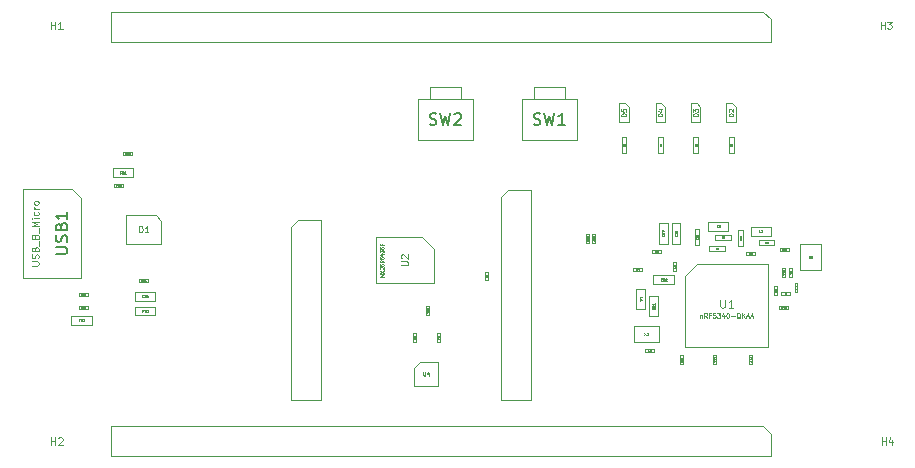
<source format=gbr>
%TF.GenerationSoftware,KiCad,Pcbnew,(6.0.0)*%
%TF.CreationDate,2022-01-14T16:11:58-08:00*%
%TF.ProjectId,nrf5340_qkaa_rev1_sensor,6e726635-3334-4305-9f71-6b61615f7265,rev?*%
%TF.SameCoordinates,Original*%
%TF.FileFunction,AssemblyDrawing,Top*%
%FSLAX46Y46*%
G04 Gerber Fmt 4.6, Leading zero omitted, Abs format (unit mm)*
G04 Created by KiCad (PCBNEW (6.0.0)) date 2022-01-14 16:11:58*
%MOMM*%
%LPD*%
G01*
G04 APERTURE LIST*
%ADD10C,0.030000*%
%ADD11C,0.040000*%
%ADD12C,0.120000*%
%ADD13C,0.060000*%
%ADD14C,0.075000*%
%ADD15C,0.090000*%
%ADD16C,0.150000*%
%ADD17C,0.100000*%
%ADD18C,0.050000*%
G04 APERTURE END LIST*
D10*
%TO.C,R2*%
X72767857Y-76345000D02*
X72696428Y-76395000D01*
X72767857Y-76430714D02*
X72617857Y-76430714D01*
X72617857Y-76373571D01*
X72625000Y-76359285D01*
X72632142Y-76352142D01*
X72646428Y-76345000D01*
X72667857Y-76345000D01*
X72682142Y-76352142D01*
X72689285Y-76359285D01*
X72696428Y-76373571D01*
X72696428Y-76430714D01*
X72632142Y-76287857D02*
X72625000Y-76280714D01*
X72617857Y-76266428D01*
X72617857Y-76230714D01*
X72625000Y-76216428D01*
X72632142Y-76209285D01*
X72646428Y-76202142D01*
X72660714Y-76202142D01*
X72682142Y-76209285D01*
X72767857Y-76295000D01*
X72767857Y-76202142D01*
%TO.C,C19*%
X73823571Y-74096428D02*
X73830714Y-74103571D01*
X73837857Y-74125000D01*
X73837857Y-74139285D01*
X73830714Y-74160714D01*
X73816428Y-74175000D01*
X73802142Y-74182142D01*
X73773571Y-74189285D01*
X73752142Y-74189285D01*
X73723571Y-74182142D01*
X73709285Y-74175000D01*
X73695000Y-74160714D01*
X73687857Y-74139285D01*
X73687857Y-74125000D01*
X73695000Y-74103571D01*
X73702142Y-74096428D01*
X73837857Y-73953571D02*
X73837857Y-74039285D01*
X73837857Y-73996428D02*
X73687857Y-73996428D01*
X73709285Y-74010714D01*
X73723571Y-74025000D01*
X73730714Y-74039285D01*
X73837857Y-73882142D02*
X73837857Y-73853571D01*
X73830714Y-73839285D01*
X73823571Y-73832142D01*
X73802142Y-73817857D01*
X73773571Y-73810714D01*
X73716428Y-73810714D01*
X73702142Y-73817857D01*
X73695000Y-73825000D01*
X73687857Y-73839285D01*
X73687857Y-73867857D01*
X73695000Y-73882142D01*
X73702142Y-73889285D01*
X73716428Y-73896428D01*
X73752142Y-73896428D01*
X73766428Y-73889285D01*
X73773571Y-73882142D01*
X73780714Y-73867857D01*
X73780714Y-73839285D01*
X73773571Y-73825000D01*
X73766428Y-73817857D01*
X73752142Y-73810714D01*
%TO.C,C10*%
X95246428Y-78093571D02*
X95239285Y-78086428D01*
X95232142Y-78065000D01*
X95232142Y-78050714D01*
X95239285Y-78029285D01*
X95253571Y-78015000D01*
X95267857Y-78007857D01*
X95296428Y-78000714D01*
X95317857Y-78000714D01*
X95346428Y-78007857D01*
X95360714Y-78015000D01*
X95375000Y-78029285D01*
X95382142Y-78050714D01*
X95382142Y-78065000D01*
X95375000Y-78086428D01*
X95367857Y-78093571D01*
X95232142Y-78236428D02*
X95232142Y-78150714D01*
X95232142Y-78193571D02*
X95382142Y-78193571D01*
X95360714Y-78179285D01*
X95346428Y-78165000D01*
X95339285Y-78150714D01*
X95382142Y-78329285D02*
X95382142Y-78343571D01*
X95375000Y-78357857D01*
X95367857Y-78365000D01*
X95353571Y-78372142D01*
X95325000Y-78379285D01*
X95289285Y-78379285D01*
X95260714Y-78372142D01*
X95246428Y-78365000D01*
X95239285Y-78357857D01*
X95232142Y-78343571D01*
X95232142Y-78329285D01*
X95239285Y-78315000D01*
X95246428Y-78307857D01*
X95260714Y-78300714D01*
X95289285Y-78293571D01*
X95325000Y-78293571D01*
X95353571Y-78300714D01*
X95367857Y-78307857D01*
X95375000Y-78315000D01*
X95382142Y-78329285D01*
D11*
%TO.C,C17*%
X93821428Y-67628571D02*
X93830952Y-67638095D01*
X93840476Y-67666666D01*
X93840476Y-67685714D01*
X93830952Y-67714285D01*
X93811904Y-67733333D01*
X93792857Y-67742857D01*
X93754761Y-67752380D01*
X93726190Y-67752380D01*
X93688095Y-67742857D01*
X93669047Y-67733333D01*
X93650000Y-67714285D01*
X93640476Y-67685714D01*
X93640476Y-67666666D01*
X93650000Y-67638095D01*
X93659523Y-67628571D01*
X93840476Y-67438095D02*
X93840476Y-67552380D01*
X93840476Y-67495238D02*
X93640476Y-67495238D01*
X93669047Y-67514285D01*
X93688095Y-67533333D01*
X93697619Y-67552380D01*
X93640476Y-67371428D02*
X93640476Y-67238095D01*
X93840476Y-67323809D01*
D10*
%TO.C,C12*%
X101046428Y-78053571D02*
X101039285Y-78046428D01*
X101032142Y-78025000D01*
X101032142Y-78010714D01*
X101039285Y-77989285D01*
X101053571Y-77975000D01*
X101067857Y-77967857D01*
X101096428Y-77960714D01*
X101117857Y-77960714D01*
X101146428Y-77967857D01*
X101160714Y-77975000D01*
X101175000Y-77989285D01*
X101182142Y-78010714D01*
X101182142Y-78025000D01*
X101175000Y-78046428D01*
X101167857Y-78053571D01*
X101032142Y-78196428D02*
X101032142Y-78110714D01*
X101032142Y-78153571D02*
X101182142Y-78153571D01*
X101160714Y-78139285D01*
X101146428Y-78125000D01*
X101139285Y-78110714D01*
X101167857Y-78253571D02*
X101175000Y-78260714D01*
X101182142Y-78275000D01*
X101182142Y-78310714D01*
X101175000Y-78325000D01*
X101167857Y-78332142D01*
X101153571Y-78339285D01*
X101139285Y-78339285D01*
X101117857Y-78332142D01*
X101032142Y-78246428D01*
X101032142Y-78339285D01*
D11*
%TO.C,FB1*%
X47848333Y-62335714D02*
X47781666Y-62335714D01*
X47781666Y-62440476D02*
X47781666Y-62240476D01*
X47876904Y-62240476D01*
X48019761Y-62335714D02*
X48048333Y-62345238D01*
X48057857Y-62354761D01*
X48067380Y-62373809D01*
X48067380Y-62402380D01*
X48057857Y-62421428D01*
X48048333Y-62430952D01*
X48029285Y-62440476D01*
X47953095Y-62440476D01*
X47953095Y-62240476D01*
X48019761Y-62240476D01*
X48038809Y-62250000D01*
X48048333Y-62259523D01*
X48057857Y-62278571D01*
X48057857Y-62297619D01*
X48048333Y-62316666D01*
X48038809Y-62326190D01*
X48019761Y-62335714D01*
X47953095Y-62335714D01*
X48257857Y-62440476D02*
X48143571Y-62440476D01*
X48200714Y-62440476D02*
X48200714Y-62240476D01*
X48181666Y-62269047D01*
X48162619Y-62288095D01*
X48143571Y-62297619D01*
D10*
%TO.C,R6*%
X99432142Y-59975000D02*
X99503571Y-59925000D01*
X99432142Y-59889285D02*
X99582142Y-59889285D01*
X99582142Y-59946428D01*
X99575000Y-59960714D01*
X99567857Y-59967857D01*
X99553571Y-59975000D01*
X99532142Y-59975000D01*
X99517857Y-59967857D01*
X99510714Y-59960714D01*
X99503571Y-59946428D01*
X99503571Y-59889285D01*
X99582142Y-60103571D02*
X99582142Y-60075000D01*
X99575000Y-60060714D01*
X99567857Y-60053571D01*
X99546428Y-60039285D01*
X99517857Y-60032142D01*
X99460714Y-60032142D01*
X99446428Y-60039285D01*
X99439285Y-60046428D01*
X99432142Y-60060714D01*
X99432142Y-60089285D01*
X99439285Y-60103571D01*
X99446428Y-60110714D01*
X99460714Y-60117857D01*
X99496428Y-60117857D01*
X99510714Y-60110714D01*
X99517857Y-60103571D01*
X99525000Y-60089285D01*
X99525000Y-60060714D01*
X99517857Y-60046428D01*
X99510714Y-60039285D01*
X99496428Y-60032142D01*
D11*
%TO.C,FB2*%
X49723333Y-74035714D02*
X49656666Y-74035714D01*
X49656666Y-74140476D02*
X49656666Y-73940476D01*
X49751904Y-73940476D01*
X49894761Y-74035714D02*
X49923333Y-74045238D01*
X49932857Y-74054761D01*
X49942380Y-74073809D01*
X49942380Y-74102380D01*
X49932857Y-74121428D01*
X49923333Y-74130952D01*
X49904285Y-74140476D01*
X49828095Y-74140476D01*
X49828095Y-73940476D01*
X49894761Y-73940476D01*
X49913809Y-73950000D01*
X49923333Y-73959523D01*
X49932857Y-73978571D01*
X49932857Y-73997619D01*
X49923333Y-74016666D01*
X49913809Y-74026190D01*
X49894761Y-74035714D01*
X49828095Y-74035714D01*
X50018571Y-73959523D02*
X50028095Y-73950000D01*
X50047142Y-73940476D01*
X50094761Y-73940476D01*
X50113809Y-73950000D01*
X50123333Y-73959523D01*
X50132857Y-73978571D01*
X50132857Y-73997619D01*
X50123333Y-74026190D01*
X50009047Y-74140476D01*
X50132857Y-74140476D01*
D10*
%TO.C,C9*%
X92555000Y-77433571D02*
X92547857Y-77440714D01*
X92526428Y-77447857D01*
X92512142Y-77447857D01*
X92490714Y-77440714D01*
X92476428Y-77426428D01*
X92469285Y-77412142D01*
X92462142Y-77383571D01*
X92462142Y-77362142D01*
X92469285Y-77333571D01*
X92476428Y-77319285D01*
X92490714Y-77305000D01*
X92512142Y-77297857D01*
X92526428Y-77297857D01*
X92547857Y-77305000D01*
X92555000Y-77312142D01*
X92626428Y-77447857D02*
X92655000Y-77447857D01*
X92669285Y-77440714D01*
X92676428Y-77433571D01*
X92690714Y-77412142D01*
X92697857Y-77383571D01*
X92697857Y-77326428D01*
X92690714Y-77312142D01*
X92683571Y-77305000D01*
X92669285Y-77297857D01*
X92640714Y-77297857D01*
X92626428Y-77305000D01*
X92619285Y-77312142D01*
X92612142Y-77326428D01*
X92612142Y-77362142D01*
X92619285Y-77376428D01*
X92626428Y-77383571D01*
X92640714Y-77390714D01*
X92669285Y-77390714D01*
X92683571Y-77383571D01*
X92690714Y-77376428D01*
X92697857Y-77362142D01*
D12*
%TO.C,H2*%
X41942857Y-85371428D02*
X41942857Y-84771428D01*
X41942857Y-85057142D02*
X42285714Y-85057142D01*
X42285714Y-85371428D02*
X42285714Y-84771428D01*
X42542857Y-84828571D02*
X42571428Y-84800000D01*
X42628571Y-84771428D01*
X42771428Y-84771428D01*
X42828571Y-84800000D01*
X42857142Y-84828571D01*
X42885714Y-84885714D01*
X42885714Y-84942857D01*
X42857142Y-85028571D01*
X42514285Y-85371428D01*
X42885714Y-85371428D01*
D10*
%TO.C,C20*%
X96653571Y-67896428D02*
X96660714Y-67903571D01*
X96667857Y-67925000D01*
X96667857Y-67939285D01*
X96660714Y-67960714D01*
X96646428Y-67975000D01*
X96632142Y-67982142D01*
X96603571Y-67989285D01*
X96582142Y-67989285D01*
X96553571Y-67982142D01*
X96539285Y-67975000D01*
X96525000Y-67960714D01*
X96517857Y-67939285D01*
X96517857Y-67925000D01*
X96525000Y-67903571D01*
X96532142Y-67896428D01*
X96532142Y-67839285D02*
X96525000Y-67832142D01*
X96517857Y-67817857D01*
X96517857Y-67782142D01*
X96525000Y-67767857D01*
X96532142Y-67760714D01*
X96546428Y-67753571D01*
X96560714Y-67753571D01*
X96582142Y-67760714D01*
X96667857Y-67846428D01*
X96667857Y-67753571D01*
X96517857Y-67660714D02*
X96517857Y-67646428D01*
X96525000Y-67632142D01*
X96532142Y-67625000D01*
X96546428Y-67617857D01*
X96575000Y-67610714D01*
X96610714Y-67610714D01*
X96639285Y-67617857D01*
X96653571Y-67625000D01*
X96660714Y-67632142D01*
X96667857Y-67646428D01*
X96667857Y-67660714D01*
X96660714Y-67675000D01*
X96653571Y-67682142D01*
X96639285Y-67689285D01*
X96610714Y-67696428D01*
X96575000Y-67696428D01*
X96546428Y-67689285D01*
X96532142Y-67682142D01*
X96525000Y-67675000D01*
X96517857Y-67660714D01*
D11*
%TO.C,X2*%
X92148096Y-75930474D02*
X92281429Y-76130474D01*
X92281429Y-75930474D02*
X92148096Y-76130474D01*
X92348096Y-75949521D02*
X92357620Y-75939998D01*
X92376667Y-75930474D01*
X92424286Y-75930474D01*
X92443334Y-75939998D01*
X92452858Y-75949521D01*
X92462381Y-75968569D01*
X92462381Y-75987617D01*
X92452858Y-76016188D01*
X92338572Y-76130474D01*
X92462381Y-76130474D01*
D12*
%TO.C,H4*%
X112242857Y-85371428D02*
X112242857Y-84771428D01*
X112242857Y-85057142D02*
X112585714Y-85057142D01*
X112585714Y-85371428D02*
X112585714Y-84771428D01*
X113128571Y-84971428D02*
X113128571Y-85371428D01*
X112985714Y-84742857D02*
X112842857Y-85171428D01*
X113214285Y-85171428D01*
D10*
%TO.C,C14*%
X103866428Y-70683571D02*
X103859285Y-70676428D01*
X103852142Y-70655000D01*
X103852142Y-70640714D01*
X103859285Y-70619285D01*
X103873571Y-70605000D01*
X103887857Y-70597857D01*
X103916428Y-70590714D01*
X103937857Y-70590714D01*
X103966428Y-70597857D01*
X103980714Y-70605000D01*
X103995000Y-70619285D01*
X104002142Y-70640714D01*
X104002142Y-70655000D01*
X103995000Y-70676428D01*
X103987857Y-70683571D01*
X103852142Y-70826428D02*
X103852142Y-70740714D01*
X103852142Y-70783571D02*
X104002142Y-70783571D01*
X103980714Y-70769285D01*
X103966428Y-70755000D01*
X103959285Y-70740714D01*
X103952142Y-70955000D02*
X103852142Y-70955000D01*
X104009285Y-70919285D02*
X103902142Y-70883571D01*
X103902142Y-70976428D01*
D13*
%TO.C,D3*%
X96680952Y-57565238D02*
X96280952Y-57565238D01*
X96280952Y-57470000D01*
X96300000Y-57412857D01*
X96338095Y-57374761D01*
X96376190Y-57355714D01*
X96452380Y-57336666D01*
X96509523Y-57336666D01*
X96585714Y-57355714D01*
X96623809Y-57374761D01*
X96661904Y-57412857D01*
X96680952Y-57470000D01*
X96680952Y-57565238D01*
X96280952Y-57203333D02*
X96280952Y-56955714D01*
X96433333Y-57089047D01*
X96433333Y-57031904D01*
X96452380Y-56993809D01*
X96471428Y-56974761D01*
X96509523Y-56955714D01*
X96604761Y-56955714D01*
X96642857Y-56974761D01*
X96661904Y-56993809D01*
X96680952Y-57031904D01*
X96680952Y-57146190D01*
X96661904Y-57184285D01*
X96642857Y-57203333D01*
D10*
%TO.C,C2*%
X105043571Y-72115000D02*
X105050714Y-72122142D01*
X105057857Y-72143571D01*
X105057857Y-72157857D01*
X105050714Y-72179285D01*
X105036428Y-72193571D01*
X105022142Y-72200714D01*
X104993571Y-72207857D01*
X104972142Y-72207857D01*
X104943571Y-72200714D01*
X104929285Y-72193571D01*
X104915000Y-72179285D01*
X104907857Y-72157857D01*
X104907857Y-72143571D01*
X104915000Y-72122142D01*
X104922142Y-72115000D01*
X104922142Y-72057857D02*
X104915000Y-72050714D01*
X104907857Y-72036428D01*
X104907857Y-72000714D01*
X104915000Y-71986428D01*
X104922142Y-71979285D01*
X104936428Y-71972142D01*
X104950714Y-71972142D01*
X104972142Y-71979285D01*
X105057857Y-72065000D01*
X105057857Y-71972142D01*
D13*
%TO.C,D2*%
X99680952Y-57565238D02*
X99280952Y-57565238D01*
X99280952Y-57470000D01*
X99300000Y-57412857D01*
X99338095Y-57374761D01*
X99376190Y-57355714D01*
X99452380Y-57336666D01*
X99509523Y-57336666D01*
X99585714Y-57355714D01*
X99623809Y-57374761D01*
X99661904Y-57412857D01*
X99680952Y-57470000D01*
X99680952Y-57565238D01*
X99319047Y-57184285D02*
X99300000Y-57165238D01*
X99280952Y-57127142D01*
X99280952Y-57031904D01*
X99300000Y-56993809D01*
X99319047Y-56974761D01*
X99357142Y-56955714D01*
X99395238Y-56955714D01*
X99452380Y-56974761D01*
X99680952Y-57203333D01*
X99680952Y-56955714D01*
D10*
%TO.C,C32*%
X48310071Y-60778571D02*
X48302928Y-60785714D01*
X48281500Y-60792857D01*
X48267214Y-60792857D01*
X48245785Y-60785714D01*
X48231500Y-60771428D01*
X48224357Y-60757142D01*
X48217214Y-60728571D01*
X48217214Y-60707142D01*
X48224357Y-60678571D01*
X48231500Y-60664285D01*
X48245785Y-60650000D01*
X48267214Y-60642857D01*
X48281500Y-60642857D01*
X48302928Y-60650000D01*
X48310071Y-60657142D01*
X48360071Y-60642857D02*
X48452928Y-60642857D01*
X48402928Y-60700000D01*
X48424357Y-60700000D01*
X48438642Y-60707142D01*
X48445785Y-60714285D01*
X48452928Y-60728571D01*
X48452928Y-60764285D01*
X48445785Y-60778571D01*
X48438642Y-60785714D01*
X48424357Y-60792857D01*
X48381500Y-60792857D01*
X48367214Y-60785714D01*
X48360071Y-60778571D01*
X48510071Y-60657142D02*
X48517214Y-60650000D01*
X48531500Y-60642857D01*
X48567214Y-60642857D01*
X48581500Y-60650000D01*
X48588642Y-60657142D01*
X48595785Y-60671428D01*
X48595785Y-60685714D01*
X48588642Y-60707142D01*
X48502928Y-60792857D01*
X48595785Y-60792857D01*
%TO.C,C30*%
X44543571Y-73803571D02*
X44536428Y-73810714D01*
X44515000Y-73817857D01*
X44500714Y-73817857D01*
X44479285Y-73810714D01*
X44465000Y-73796428D01*
X44457857Y-73782142D01*
X44450714Y-73753571D01*
X44450714Y-73732142D01*
X44457857Y-73703571D01*
X44465000Y-73689285D01*
X44479285Y-73675000D01*
X44500714Y-73667857D01*
X44515000Y-73667857D01*
X44536428Y-73675000D01*
X44543571Y-73682142D01*
X44593571Y-73667857D02*
X44686428Y-73667857D01*
X44636428Y-73725000D01*
X44657857Y-73725000D01*
X44672142Y-73732142D01*
X44679285Y-73739285D01*
X44686428Y-73753571D01*
X44686428Y-73789285D01*
X44679285Y-73803571D01*
X44672142Y-73810714D01*
X44657857Y-73817857D01*
X44615000Y-73817857D01*
X44600714Y-73810714D01*
X44593571Y-73803571D01*
X44779285Y-73667857D02*
X44793571Y-73667857D01*
X44807857Y-73675000D01*
X44815000Y-73682142D01*
X44822142Y-73696428D01*
X44829285Y-73725000D01*
X44829285Y-73760714D01*
X44822142Y-73789285D01*
X44815000Y-73803571D01*
X44807857Y-73810714D01*
X44793571Y-73817857D01*
X44779285Y-73817857D01*
X44765000Y-73810714D01*
X44757857Y-73803571D01*
X44750714Y-73789285D01*
X44743571Y-73760714D01*
X44743571Y-73725000D01*
X44750714Y-73696428D01*
X44757857Y-73682142D01*
X44765000Y-73675000D01*
X44779285Y-73667857D01*
D11*
%TO.C,L4*%
X91749523Y-73006666D02*
X91749523Y-72911428D01*
X91949523Y-72911428D01*
X91882857Y-73159047D02*
X91749523Y-73159047D01*
X91959047Y-73111428D02*
X91816190Y-73063809D01*
X91816190Y-73187619D01*
D10*
%TO.C,R54*%
X87812142Y-67817050D02*
X87883571Y-67767050D01*
X87812142Y-67731336D02*
X87962142Y-67731336D01*
X87962142Y-67788479D01*
X87955000Y-67802764D01*
X87947857Y-67809907D01*
X87933571Y-67817050D01*
X87912142Y-67817050D01*
X87897857Y-67809907D01*
X87890714Y-67802764D01*
X87883571Y-67788479D01*
X87883571Y-67731336D01*
X87962142Y-67952764D02*
X87962142Y-67881336D01*
X87890714Y-67874193D01*
X87897857Y-67881336D01*
X87905000Y-67895621D01*
X87905000Y-67931336D01*
X87897857Y-67945621D01*
X87890714Y-67952764D01*
X87876428Y-67959907D01*
X87840714Y-67959907D01*
X87826428Y-67952764D01*
X87819285Y-67945621D01*
X87812142Y-67931336D01*
X87812142Y-67895621D01*
X87819285Y-67881336D01*
X87826428Y-67874193D01*
X87912142Y-68088479D02*
X87812142Y-68088479D01*
X87969285Y-68052764D02*
X87862142Y-68017050D01*
X87862142Y-68109907D01*
D14*
%TO.C,D1*%
X49395952Y-67376190D02*
X49395952Y-66876190D01*
X49515000Y-66876190D01*
X49586428Y-66900000D01*
X49634047Y-66947619D01*
X49657857Y-66995238D01*
X49681666Y-67090476D01*
X49681666Y-67161904D01*
X49657857Y-67257142D01*
X49634047Y-67304761D01*
X49586428Y-67352380D01*
X49515000Y-67376190D01*
X49395952Y-67376190D01*
X50157857Y-67376190D02*
X49872142Y-67376190D01*
X50015000Y-67376190D02*
X50015000Y-66876190D01*
X49967380Y-66947619D01*
X49919761Y-66995238D01*
X49872142Y-67019047D01*
D11*
%TO.C,X1*%
X106058095Y-69390476D02*
X106191428Y-69590476D01*
X106191428Y-69390476D02*
X106058095Y-69590476D01*
X106372380Y-69590476D02*
X106258095Y-69590476D01*
X106315238Y-69590476D02*
X106315238Y-69390476D01*
X106296190Y-69419047D01*
X106277142Y-69438095D01*
X106258095Y-69447619D01*
D10*
%TO.C,C3*%
X102485000Y-68313571D02*
X102477857Y-68320714D01*
X102456428Y-68327857D01*
X102442142Y-68327857D01*
X102420714Y-68320714D01*
X102406428Y-68306428D01*
X102399285Y-68292142D01*
X102392142Y-68263571D01*
X102392142Y-68242142D01*
X102399285Y-68213571D01*
X102406428Y-68199285D01*
X102420714Y-68185000D01*
X102442142Y-68177857D01*
X102456428Y-68177857D01*
X102477857Y-68185000D01*
X102485000Y-68192142D01*
X102535000Y-68177857D02*
X102627857Y-68177857D01*
X102577857Y-68235000D01*
X102599285Y-68235000D01*
X102613571Y-68242142D01*
X102620714Y-68249285D01*
X102627857Y-68263571D01*
X102627857Y-68299285D01*
X102620714Y-68313571D01*
X102613571Y-68320714D01*
X102599285Y-68327857D01*
X102556428Y-68327857D01*
X102542142Y-68320714D01*
X102535000Y-68313571D01*
%TO.C,C15*%
X103893571Y-68893571D02*
X103886428Y-68900714D01*
X103865000Y-68907857D01*
X103850714Y-68907857D01*
X103829285Y-68900714D01*
X103815000Y-68886428D01*
X103807857Y-68872142D01*
X103800714Y-68843571D01*
X103800714Y-68822142D01*
X103807857Y-68793571D01*
X103815000Y-68779285D01*
X103829285Y-68765000D01*
X103850714Y-68757857D01*
X103865000Y-68757857D01*
X103886428Y-68765000D01*
X103893571Y-68772142D01*
X104036428Y-68907857D02*
X103950714Y-68907857D01*
X103993571Y-68907857D02*
X103993571Y-68757857D01*
X103979285Y-68779285D01*
X103965000Y-68793571D01*
X103950714Y-68800714D01*
X104172142Y-68757857D02*
X104100714Y-68757857D01*
X104093571Y-68829285D01*
X104100714Y-68822142D01*
X104115000Y-68815000D01*
X104150714Y-68815000D01*
X104165000Y-68822142D01*
X104172142Y-68829285D01*
X104179285Y-68843571D01*
X104179285Y-68879285D01*
X104172142Y-68893571D01*
X104165000Y-68900714D01*
X104150714Y-68907857D01*
X104115000Y-68907857D01*
X104100714Y-68900714D01*
X104093571Y-68893571D01*
D11*
%TO.C,L3*%
X98376666Y-66980476D02*
X98281428Y-66980476D01*
X98281428Y-66780476D01*
X98424285Y-66780476D02*
X98548095Y-66780476D01*
X98481428Y-66856666D01*
X98510000Y-66856666D01*
X98529047Y-66866190D01*
X98538571Y-66875714D01*
X98548095Y-66894761D01*
X98548095Y-66942380D01*
X98538571Y-66961428D01*
X98529047Y-66970952D01*
X98510000Y-66980476D01*
X98452857Y-66980476D01*
X98433809Y-66970952D01*
X98424285Y-66961428D01*
D10*
%TO.C,R55*%
X44543571Y-72767857D02*
X44493571Y-72696428D01*
X44457857Y-72767857D02*
X44457857Y-72617857D01*
X44515000Y-72617857D01*
X44529285Y-72625000D01*
X44536428Y-72632142D01*
X44543571Y-72646428D01*
X44543571Y-72667857D01*
X44536428Y-72682142D01*
X44529285Y-72689285D01*
X44515000Y-72696428D01*
X44457857Y-72696428D01*
X44679285Y-72617857D02*
X44607857Y-72617857D01*
X44600714Y-72689285D01*
X44607857Y-72682142D01*
X44622142Y-72675000D01*
X44657857Y-72675000D01*
X44672142Y-72682142D01*
X44679285Y-72689285D01*
X44686428Y-72703571D01*
X44686428Y-72739285D01*
X44679285Y-72753571D01*
X44672142Y-72760714D01*
X44657857Y-72767857D01*
X44622142Y-72767857D01*
X44607857Y-72760714D01*
X44600714Y-72753571D01*
X44822142Y-72617857D02*
X44750714Y-72617857D01*
X44743571Y-72689285D01*
X44750714Y-72682142D01*
X44765000Y-72675000D01*
X44800714Y-72675000D01*
X44815000Y-72682142D01*
X44822142Y-72689285D01*
X44829285Y-72703571D01*
X44829285Y-72739285D01*
X44822142Y-72753571D01*
X44815000Y-72760714D01*
X44800714Y-72767857D01*
X44765000Y-72767857D01*
X44750714Y-72760714D01*
X44743571Y-72753571D01*
%TO.C,R8*%
X93432142Y-59975000D02*
X93503571Y-59925000D01*
X93432142Y-59889285D02*
X93582142Y-59889285D01*
X93582142Y-59946428D01*
X93575000Y-59960714D01*
X93567857Y-59967857D01*
X93553571Y-59975000D01*
X93532142Y-59975000D01*
X93517857Y-59967857D01*
X93510714Y-59960714D01*
X93503571Y-59946428D01*
X93503571Y-59889285D01*
X93517857Y-60060714D02*
X93525000Y-60046428D01*
X93532142Y-60039285D01*
X93546428Y-60032142D01*
X93553571Y-60032142D01*
X93567857Y-60039285D01*
X93575000Y-60046428D01*
X93582142Y-60060714D01*
X93582142Y-60089285D01*
X93575000Y-60103571D01*
X93567857Y-60110714D01*
X93553571Y-60117857D01*
X93546428Y-60117857D01*
X93532142Y-60110714D01*
X93525000Y-60103571D01*
X93517857Y-60089285D01*
X93517857Y-60060714D01*
X93510714Y-60046428D01*
X93503571Y-60039285D01*
X93489285Y-60032142D01*
X93460714Y-60032142D01*
X93446428Y-60039285D01*
X93439285Y-60046428D01*
X93432142Y-60060714D01*
X93432142Y-60089285D01*
X93439285Y-60103571D01*
X93446428Y-60110714D01*
X93460714Y-60117857D01*
X93489285Y-60117857D01*
X93503571Y-60110714D01*
X93510714Y-60103571D01*
X93517857Y-60089285D01*
D12*
%TO.C,H1*%
X41942857Y-50171428D02*
X41942857Y-49571428D01*
X41942857Y-49857142D02*
X42285714Y-49857142D01*
X42285714Y-50171428D02*
X42285714Y-49571428D01*
X42885714Y-50171428D02*
X42542857Y-50171428D01*
X42714285Y-50171428D02*
X42714285Y-49571428D01*
X42657142Y-49657142D01*
X42600000Y-49714285D01*
X42542857Y-49742857D01*
D10*
%TO.C,C16*%
X100353571Y-67971428D02*
X100360714Y-67978571D01*
X100367857Y-68000000D01*
X100367857Y-68014285D01*
X100360714Y-68035714D01*
X100346428Y-68050000D01*
X100332142Y-68057142D01*
X100303571Y-68064285D01*
X100282142Y-68064285D01*
X100253571Y-68057142D01*
X100239285Y-68050000D01*
X100225000Y-68035714D01*
X100217857Y-68014285D01*
X100217857Y-68000000D01*
X100225000Y-67978571D01*
X100232142Y-67971428D01*
X100367857Y-67828571D02*
X100367857Y-67914285D01*
X100367857Y-67871428D02*
X100217857Y-67871428D01*
X100239285Y-67885714D01*
X100253571Y-67900000D01*
X100260714Y-67914285D01*
X100217857Y-67700000D02*
X100217857Y-67728571D01*
X100225000Y-67742857D01*
X100232142Y-67750000D01*
X100253571Y-67764285D01*
X100282142Y-67771428D01*
X100339285Y-67771428D01*
X100353571Y-67764285D01*
X100360714Y-67757142D01*
X100367857Y-67742857D01*
X100367857Y-67714285D01*
X100360714Y-67700000D01*
X100353571Y-67692857D01*
X100339285Y-67685714D01*
X100303571Y-67685714D01*
X100289285Y-67692857D01*
X100282142Y-67700000D01*
X100275000Y-67714285D01*
X100275000Y-67742857D01*
X100282142Y-67757142D01*
X100289285Y-67764285D01*
X100303571Y-67771428D01*
%TO.C,C31*%
X49643571Y-71528571D02*
X49636428Y-71535714D01*
X49615000Y-71542857D01*
X49600714Y-71542857D01*
X49579285Y-71535714D01*
X49565000Y-71521428D01*
X49557857Y-71507142D01*
X49550714Y-71478571D01*
X49550714Y-71457142D01*
X49557857Y-71428571D01*
X49565000Y-71414285D01*
X49579285Y-71400000D01*
X49600714Y-71392857D01*
X49615000Y-71392857D01*
X49636428Y-71400000D01*
X49643571Y-71407142D01*
X49693571Y-71392857D02*
X49786428Y-71392857D01*
X49736428Y-71450000D01*
X49757857Y-71450000D01*
X49772142Y-71457142D01*
X49779285Y-71464285D01*
X49786428Y-71478571D01*
X49786428Y-71514285D01*
X49779285Y-71528571D01*
X49772142Y-71535714D01*
X49757857Y-71542857D01*
X49715000Y-71542857D01*
X49700714Y-71535714D01*
X49693571Y-71528571D01*
X49929285Y-71542857D02*
X49843571Y-71542857D01*
X49886428Y-71542857D02*
X49886428Y-71392857D01*
X49872142Y-71414285D01*
X49857857Y-71428571D01*
X49843571Y-71435714D01*
D11*
%TO.C,FB3*%
X44323333Y-74835714D02*
X44256666Y-74835714D01*
X44256666Y-74940476D02*
X44256666Y-74740476D01*
X44351904Y-74740476D01*
X44494761Y-74835714D02*
X44523333Y-74845238D01*
X44532857Y-74854761D01*
X44542380Y-74873809D01*
X44542380Y-74902380D01*
X44532857Y-74921428D01*
X44523333Y-74930952D01*
X44504285Y-74940476D01*
X44428095Y-74940476D01*
X44428095Y-74740476D01*
X44494761Y-74740476D01*
X44513809Y-74750000D01*
X44523333Y-74759523D01*
X44532857Y-74778571D01*
X44532857Y-74797619D01*
X44523333Y-74816666D01*
X44513809Y-74826190D01*
X44494761Y-74835714D01*
X44428095Y-74835714D01*
X44609047Y-74740476D02*
X44732857Y-74740476D01*
X44666190Y-74816666D01*
X44694761Y-74816666D01*
X44713809Y-74826190D01*
X44723333Y-74835714D01*
X44732857Y-74854761D01*
X44732857Y-74902380D01*
X44723333Y-74921428D01*
X44713809Y-74930952D01*
X44694761Y-74940476D01*
X44637619Y-74940476D01*
X44618571Y-74930952D01*
X44609047Y-74921428D01*
D13*
%TO.C,U2*%
X70065714Y-71148571D02*
X69765714Y-71148571D01*
X69980000Y-71048571D01*
X69765714Y-70948571D01*
X70065714Y-70948571D01*
X69765714Y-70834285D02*
X70065714Y-70634285D01*
X69765714Y-70634285D02*
X70065714Y-70834285D01*
X69794285Y-70534285D02*
X69780000Y-70520000D01*
X69765714Y-70491428D01*
X69765714Y-70420000D01*
X69780000Y-70391428D01*
X69794285Y-70377142D01*
X69822857Y-70362857D01*
X69851428Y-70362857D01*
X69894285Y-70377142D01*
X70065714Y-70548571D01*
X70065714Y-70362857D01*
X69765714Y-70091428D02*
X69765714Y-70234285D01*
X69908571Y-70248571D01*
X69894285Y-70234285D01*
X69880000Y-70205714D01*
X69880000Y-70134285D01*
X69894285Y-70105714D01*
X69908571Y-70091428D01*
X69937142Y-70077142D01*
X70008571Y-70077142D01*
X70037142Y-70091428D01*
X70051428Y-70105714D01*
X70065714Y-70134285D01*
X70065714Y-70205714D01*
X70051428Y-70234285D01*
X70037142Y-70248571D01*
X70065714Y-69777142D02*
X69922857Y-69877142D01*
X70065714Y-69948571D02*
X69765714Y-69948571D01*
X69765714Y-69834285D01*
X69780000Y-69805714D01*
X69794285Y-69791428D01*
X69822857Y-69777142D01*
X69865714Y-69777142D01*
X69894285Y-69791428D01*
X69908571Y-69805714D01*
X69922857Y-69834285D01*
X69922857Y-69948571D01*
X69765714Y-69520000D02*
X69765714Y-69577142D01*
X69780000Y-69605714D01*
X69794285Y-69620000D01*
X69837142Y-69648571D01*
X69894285Y-69662857D01*
X70008571Y-69662857D01*
X70037142Y-69648571D01*
X70051428Y-69634285D01*
X70065714Y-69605714D01*
X70065714Y-69548571D01*
X70051428Y-69520000D01*
X70037142Y-69505714D01*
X70008571Y-69491428D01*
X69937142Y-69491428D01*
X69908571Y-69505714D01*
X69894285Y-69520000D01*
X69880000Y-69548571D01*
X69880000Y-69605714D01*
X69894285Y-69634285D01*
X69908571Y-69648571D01*
X69937142Y-69662857D01*
X69865714Y-69234285D02*
X70065714Y-69234285D01*
X69751428Y-69305714D02*
X69965714Y-69377142D01*
X69965714Y-69191428D01*
X69765714Y-69105714D02*
X69765714Y-68920000D01*
X69880000Y-69020000D01*
X69880000Y-68977142D01*
X69894285Y-68948571D01*
X69908571Y-68934285D01*
X69937142Y-68920000D01*
X70008571Y-68920000D01*
X70037142Y-68934285D01*
X70051428Y-68948571D01*
X70065714Y-68977142D01*
X70065714Y-69062857D01*
X70051428Y-69091428D01*
X70037142Y-69105714D01*
X69765714Y-68648571D02*
X69765714Y-68791428D01*
X69908571Y-68805714D01*
X69894285Y-68791428D01*
X69880000Y-68762857D01*
X69880000Y-68691428D01*
X69894285Y-68662857D01*
X69908571Y-68648571D01*
X69937142Y-68634285D01*
X70008571Y-68634285D01*
X70037142Y-68648571D01*
X70051428Y-68662857D01*
X70065714Y-68691428D01*
X70065714Y-68762857D01*
X70051428Y-68791428D01*
X70037142Y-68805714D01*
X69908571Y-68405714D02*
X69908571Y-68505714D01*
X70065714Y-68505714D02*
X69765714Y-68505714D01*
X69765714Y-68362857D01*
D15*
X71536428Y-70202142D02*
X72022142Y-70202142D01*
X72079285Y-70173571D01*
X72107857Y-70145000D01*
X72136428Y-70087857D01*
X72136428Y-69973571D01*
X72107857Y-69916428D01*
X72079285Y-69887857D01*
X72022142Y-69859285D01*
X71536428Y-69859285D01*
X71593571Y-69602142D02*
X71565000Y-69573571D01*
X71536428Y-69516428D01*
X71536428Y-69373571D01*
X71565000Y-69316428D01*
X71593571Y-69287857D01*
X71650714Y-69259285D01*
X71707857Y-69259285D01*
X71793571Y-69287857D01*
X72136428Y-69630714D01*
X72136428Y-69259285D01*
D10*
%TO.C,R3*%
X74767857Y-76345000D02*
X74696428Y-76395000D01*
X74767857Y-76430714D02*
X74617857Y-76430714D01*
X74617857Y-76373571D01*
X74625000Y-76359285D01*
X74632142Y-76352142D01*
X74646428Y-76345000D01*
X74667857Y-76345000D01*
X74682142Y-76352142D01*
X74689285Y-76359285D01*
X74696428Y-76373571D01*
X74696428Y-76430714D01*
X74617857Y-76295000D02*
X74617857Y-76202142D01*
X74675000Y-76252142D01*
X74675000Y-76230714D01*
X74682142Y-76216428D01*
X74689285Y-76209285D01*
X74703571Y-76202142D01*
X74739285Y-76202142D01*
X74753571Y-76209285D01*
X74760714Y-76216428D01*
X74767857Y-76230714D01*
X74767857Y-76273571D01*
X74760714Y-76287857D01*
X74753571Y-76295000D01*
D12*
%TO.C,H3*%
X112142857Y-50171428D02*
X112142857Y-49571428D01*
X112142857Y-49857142D02*
X112485714Y-49857142D01*
X112485714Y-50171428D02*
X112485714Y-49571428D01*
X112714285Y-49571428D02*
X113085714Y-49571428D01*
X112885714Y-49800000D01*
X112971428Y-49800000D01*
X113028571Y-49828571D01*
X113057142Y-49857142D01*
X113085714Y-49914285D01*
X113085714Y-50057142D01*
X113057142Y-50114285D01*
X113028571Y-50142857D01*
X112971428Y-50171428D01*
X112800000Y-50171428D01*
X112742857Y-50142857D01*
X112714285Y-50114285D01*
D11*
%TO.C,L2*%
X101966666Y-67400476D02*
X101871428Y-67400476D01*
X101871428Y-67200476D01*
X102023809Y-67219523D02*
X102033333Y-67210000D01*
X102052380Y-67200476D01*
X102100000Y-67200476D01*
X102119047Y-67210000D01*
X102128571Y-67219523D01*
X102138095Y-67238571D01*
X102138095Y-67257619D01*
X102128571Y-67286190D01*
X102014285Y-67400476D01*
X102138095Y-67400476D01*
D10*
%TO.C,C11*%
X98056428Y-78053571D02*
X98049285Y-78046428D01*
X98042142Y-78025000D01*
X98042142Y-78010714D01*
X98049285Y-77989285D01*
X98063571Y-77975000D01*
X98077857Y-77967857D01*
X98106428Y-77960714D01*
X98127857Y-77960714D01*
X98156428Y-77967857D01*
X98170714Y-77975000D01*
X98185000Y-77989285D01*
X98192142Y-78010714D01*
X98192142Y-78025000D01*
X98185000Y-78046428D01*
X98177857Y-78053571D01*
X98042142Y-78196428D02*
X98042142Y-78110714D01*
X98042142Y-78153571D02*
X98192142Y-78153571D01*
X98170714Y-78139285D01*
X98156428Y-78125000D01*
X98149285Y-78110714D01*
X98042142Y-78339285D02*
X98042142Y-78253571D01*
X98042142Y-78296428D02*
X98192142Y-78296428D01*
X98170714Y-78282142D01*
X98156428Y-78267857D01*
X98149285Y-78253571D01*
D11*
%TO.C,C18*%
X94896428Y-67628571D02*
X94905952Y-67638095D01*
X94915476Y-67666666D01*
X94915476Y-67685714D01*
X94905952Y-67714285D01*
X94886904Y-67733333D01*
X94867857Y-67742857D01*
X94829761Y-67752380D01*
X94801190Y-67752380D01*
X94763095Y-67742857D01*
X94744047Y-67733333D01*
X94725000Y-67714285D01*
X94715476Y-67685714D01*
X94715476Y-67666666D01*
X94725000Y-67638095D01*
X94734523Y-67628571D01*
X94915476Y-67438095D02*
X94915476Y-67552380D01*
X94915476Y-67495238D02*
X94715476Y-67495238D01*
X94744047Y-67514285D01*
X94763095Y-67533333D01*
X94772619Y-67552380D01*
X94801190Y-67323809D02*
X94791666Y-67342857D01*
X94782142Y-67352380D01*
X94763095Y-67361904D01*
X94753571Y-67361904D01*
X94734523Y-67352380D01*
X94725000Y-67342857D01*
X94715476Y-67323809D01*
X94715476Y-67285714D01*
X94725000Y-67266666D01*
X94734523Y-67257142D01*
X94753571Y-67247619D01*
X94763095Y-67247619D01*
X94782142Y-67257142D01*
X94791666Y-67266666D01*
X94801190Y-67285714D01*
X94801190Y-67323809D01*
X94810714Y-67342857D01*
X94820238Y-67352380D01*
X94839285Y-67361904D01*
X94877380Y-67361904D01*
X94896428Y-67352380D01*
X94905952Y-67342857D01*
X94915476Y-67323809D01*
X94915476Y-67285714D01*
X94905952Y-67266666D01*
X94896428Y-67257142D01*
X94877380Y-67247619D01*
X94839285Y-67247619D01*
X94820238Y-67257142D01*
X94810714Y-67266666D01*
X94801190Y-67285714D01*
%TO.C,C34*%
X49761428Y-72896428D02*
X49751904Y-72905952D01*
X49723333Y-72915476D01*
X49704285Y-72915476D01*
X49675714Y-72905952D01*
X49656666Y-72886904D01*
X49647142Y-72867857D01*
X49637619Y-72829761D01*
X49637619Y-72801190D01*
X49647142Y-72763095D01*
X49656666Y-72744047D01*
X49675714Y-72725000D01*
X49704285Y-72715476D01*
X49723333Y-72715476D01*
X49751904Y-72725000D01*
X49761428Y-72734523D01*
X49828095Y-72715476D02*
X49951904Y-72715476D01*
X49885238Y-72791666D01*
X49913809Y-72791666D01*
X49932857Y-72801190D01*
X49942380Y-72810714D01*
X49951904Y-72829761D01*
X49951904Y-72877380D01*
X49942380Y-72896428D01*
X49932857Y-72905952D01*
X49913809Y-72915476D01*
X49856666Y-72915476D01*
X49837619Y-72905952D01*
X49828095Y-72896428D01*
X50123333Y-72782142D02*
X50123333Y-72915476D01*
X50075714Y-72705952D02*
X50028095Y-72848809D01*
X50151904Y-72848809D01*
%TO.C,C22*%
X93646428Y-71481428D02*
X93636904Y-71490952D01*
X93608333Y-71500476D01*
X93589285Y-71500476D01*
X93560714Y-71490952D01*
X93541666Y-71471904D01*
X93532142Y-71452857D01*
X93522619Y-71414761D01*
X93522619Y-71386190D01*
X93532142Y-71348095D01*
X93541666Y-71329047D01*
X93560714Y-71310000D01*
X93589285Y-71300476D01*
X93608333Y-71300476D01*
X93636904Y-71310000D01*
X93646428Y-71319523D01*
X93722619Y-71319523D02*
X93732142Y-71310000D01*
X93751190Y-71300476D01*
X93798809Y-71300476D01*
X93817857Y-71310000D01*
X93827380Y-71319523D01*
X93836904Y-71338571D01*
X93836904Y-71357619D01*
X93827380Y-71386190D01*
X93713095Y-71500476D01*
X93836904Y-71500476D01*
X93913095Y-71319523D02*
X93922619Y-71310000D01*
X93941666Y-71300476D01*
X93989285Y-71300476D01*
X94008333Y-71310000D01*
X94017857Y-71319523D01*
X94027380Y-71338571D01*
X94027380Y-71357619D01*
X94017857Y-71386190D01*
X93903571Y-71500476D01*
X94027380Y-71500476D01*
D16*
%TO.C,SW1*%
X82766666Y-58244761D02*
X82909523Y-58292380D01*
X83147619Y-58292380D01*
X83242857Y-58244761D01*
X83290476Y-58197142D01*
X83338095Y-58101904D01*
X83338095Y-58006666D01*
X83290476Y-57911428D01*
X83242857Y-57863809D01*
X83147619Y-57816190D01*
X82957142Y-57768571D01*
X82861904Y-57720952D01*
X82814285Y-57673333D01*
X82766666Y-57578095D01*
X82766666Y-57482857D01*
X82814285Y-57387619D01*
X82861904Y-57340000D01*
X82957142Y-57292380D01*
X83195238Y-57292380D01*
X83338095Y-57340000D01*
X83671428Y-57292380D02*
X83909523Y-58292380D01*
X84100000Y-57578095D01*
X84290476Y-58292380D01*
X84528571Y-57292380D01*
X85433333Y-58292380D02*
X84861904Y-58292380D01*
X85147619Y-58292380D02*
X85147619Y-57292380D01*
X85052380Y-57435238D01*
X84957142Y-57530476D01*
X84861904Y-57578095D01*
D13*
%TO.C,D5*%
X90610952Y-57565238D02*
X90210952Y-57565238D01*
X90210952Y-57470000D01*
X90230000Y-57412857D01*
X90268095Y-57374761D01*
X90306190Y-57355714D01*
X90382380Y-57336666D01*
X90439523Y-57336666D01*
X90515714Y-57355714D01*
X90553809Y-57374761D01*
X90591904Y-57412857D01*
X90610952Y-57470000D01*
X90610952Y-57565238D01*
X90210952Y-56974761D02*
X90210952Y-57165238D01*
X90401428Y-57184285D01*
X90382380Y-57165238D01*
X90363333Y-57127142D01*
X90363333Y-57031904D01*
X90382380Y-56993809D01*
X90401428Y-56974761D01*
X90439523Y-56955714D01*
X90534761Y-56955714D01*
X90572857Y-56974761D01*
X90591904Y-56993809D01*
X90610952Y-57031904D01*
X90610952Y-57127142D01*
X90591904Y-57165238D01*
X90572857Y-57184285D01*
D10*
%TO.C,C1*%
X103303571Y-72340000D02*
X103310714Y-72347142D01*
X103317857Y-72368571D01*
X103317857Y-72382857D01*
X103310714Y-72404285D01*
X103296428Y-72418571D01*
X103282142Y-72425714D01*
X103253571Y-72432857D01*
X103232142Y-72432857D01*
X103203571Y-72425714D01*
X103189285Y-72418571D01*
X103175000Y-72404285D01*
X103167857Y-72382857D01*
X103167857Y-72368571D01*
X103175000Y-72347142D01*
X103182142Y-72340000D01*
X103317857Y-72197142D02*
X103317857Y-72282857D01*
X103317857Y-72240000D02*
X103167857Y-72240000D01*
X103189285Y-72254285D01*
X103203571Y-72268571D01*
X103210714Y-72282857D01*
D13*
%TO.C,U4*%
X73441428Y-79235714D02*
X73441428Y-79478571D01*
X73455714Y-79507142D01*
X73470000Y-79521428D01*
X73498571Y-79535714D01*
X73555714Y-79535714D01*
X73584285Y-79521428D01*
X73598571Y-79507142D01*
X73612857Y-79478571D01*
X73612857Y-79235714D01*
X73884285Y-79335714D02*
X73884285Y-79535714D01*
X73812857Y-79221428D02*
X73741428Y-79435714D01*
X73927142Y-79435714D01*
D10*
%TO.C,C7*%
X98275000Y-68823571D02*
X98267857Y-68830714D01*
X98246428Y-68837857D01*
X98232142Y-68837857D01*
X98210714Y-68830714D01*
X98196428Y-68816428D01*
X98189285Y-68802142D01*
X98182142Y-68773571D01*
X98182142Y-68752142D01*
X98189285Y-68723571D01*
X98196428Y-68709285D01*
X98210714Y-68695000D01*
X98232142Y-68687857D01*
X98246428Y-68687857D01*
X98267857Y-68695000D01*
X98275000Y-68702142D01*
X98325000Y-68687857D02*
X98425000Y-68687857D01*
X98360714Y-68837857D01*
%TO.C,R53*%
X87252142Y-67817050D02*
X87323571Y-67767050D01*
X87252142Y-67731336D02*
X87402142Y-67731336D01*
X87402142Y-67788479D01*
X87395000Y-67802764D01*
X87387857Y-67809907D01*
X87373571Y-67817050D01*
X87352142Y-67817050D01*
X87337857Y-67809907D01*
X87330714Y-67802764D01*
X87323571Y-67788479D01*
X87323571Y-67731336D01*
X87402142Y-67952764D02*
X87402142Y-67881336D01*
X87330714Y-67874193D01*
X87337857Y-67881336D01*
X87345000Y-67895621D01*
X87345000Y-67931336D01*
X87337857Y-67945621D01*
X87330714Y-67952764D01*
X87316428Y-67959907D01*
X87280714Y-67959907D01*
X87266428Y-67952764D01*
X87259285Y-67945621D01*
X87252142Y-67931336D01*
X87252142Y-67895621D01*
X87259285Y-67881336D01*
X87266428Y-67874193D01*
X87402142Y-68009907D02*
X87402142Y-68102764D01*
X87345000Y-68052764D01*
X87345000Y-68074193D01*
X87337857Y-68088479D01*
X87330714Y-68095621D01*
X87316428Y-68102764D01*
X87280714Y-68102764D01*
X87266428Y-68095621D01*
X87259285Y-68088479D01*
X87252142Y-68074193D01*
X87252142Y-68031336D01*
X87259285Y-68017050D01*
X87266428Y-68009907D01*
%TO.C,C6*%
X101115000Y-69263571D02*
X101107857Y-69270714D01*
X101086428Y-69277857D01*
X101072142Y-69277857D01*
X101050714Y-69270714D01*
X101036428Y-69256428D01*
X101029285Y-69242142D01*
X101022142Y-69213571D01*
X101022142Y-69192142D01*
X101029285Y-69163571D01*
X101036428Y-69149285D01*
X101050714Y-69135000D01*
X101072142Y-69127857D01*
X101086428Y-69127857D01*
X101107857Y-69135000D01*
X101115000Y-69142142D01*
X101243571Y-69127857D02*
X101215000Y-69127857D01*
X101200714Y-69135000D01*
X101193571Y-69142142D01*
X101179285Y-69163571D01*
X101172142Y-69192142D01*
X101172142Y-69249285D01*
X101179285Y-69263571D01*
X101186428Y-69270714D01*
X101200714Y-69277857D01*
X101229285Y-69277857D01*
X101243571Y-69270714D01*
X101250714Y-69263571D01*
X101257857Y-69249285D01*
X101257857Y-69213571D01*
X101250714Y-69199285D01*
X101243571Y-69192142D01*
X101229285Y-69185000D01*
X101200714Y-69185000D01*
X101186428Y-69192142D01*
X101179285Y-69199285D01*
X101172142Y-69213571D01*
%TO.C,L1*%
X104095000Y-72667857D02*
X104023571Y-72667857D01*
X104023571Y-72517857D01*
X104223571Y-72667857D02*
X104137857Y-72667857D01*
X104180714Y-72667857D02*
X104180714Y-72517857D01*
X104166428Y-72539285D01*
X104152142Y-72553571D01*
X104137857Y-72560714D01*
%TO.C,C8*%
X94733571Y-70345000D02*
X94740714Y-70352142D01*
X94747857Y-70373571D01*
X94747857Y-70387857D01*
X94740714Y-70409285D01*
X94726428Y-70423571D01*
X94712142Y-70430714D01*
X94683571Y-70437857D01*
X94662142Y-70437857D01*
X94633571Y-70430714D01*
X94619285Y-70423571D01*
X94605000Y-70409285D01*
X94597857Y-70387857D01*
X94597857Y-70373571D01*
X94605000Y-70352142D01*
X94612142Y-70345000D01*
X94662142Y-70259285D02*
X94655000Y-70273571D01*
X94647857Y-70280714D01*
X94633571Y-70287857D01*
X94626428Y-70287857D01*
X94612142Y-70280714D01*
X94605000Y-70273571D01*
X94597857Y-70259285D01*
X94597857Y-70230714D01*
X94605000Y-70216428D01*
X94612142Y-70209285D01*
X94626428Y-70202142D01*
X94633571Y-70202142D01*
X94647857Y-70209285D01*
X94655000Y-70216428D01*
X94662142Y-70230714D01*
X94662142Y-70259285D01*
X94669285Y-70273571D01*
X94676428Y-70280714D01*
X94690714Y-70287857D01*
X94719285Y-70287857D01*
X94733571Y-70280714D01*
X94740714Y-70273571D01*
X94747857Y-70259285D01*
X94747857Y-70230714D01*
X94740714Y-70216428D01*
X94733571Y-70209285D01*
X94719285Y-70202142D01*
X94690714Y-70202142D01*
X94676428Y-70209285D01*
X94669285Y-70216428D01*
X94662142Y-70230714D01*
%TO.C,R7*%
X96432142Y-59975000D02*
X96503571Y-59925000D01*
X96432142Y-59889285D02*
X96582142Y-59889285D01*
X96582142Y-59946428D01*
X96575000Y-59960714D01*
X96567857Y-59967857D01*
X96553571Y-59975000D01*
X96532142Y-59975000D01*
X96517857Y-59967857D01*
X96510714Y-59960714D01*
X96503571Y-59946428D01*
X96503571Y-59889285D01*
X96582142Y-60025000D02*
X96582142Y-60125000D01*
X96432142Y-60060714D01*
%TO.C,R1*%
X93175000Y-69067857D02*
X93125000Y-68996428D01*
X93089285Y-69067857D02*
X93089285Y-68917857D01*
X93146428Y-68917857D01*
X93160714Y-68925000D01*
X93167857Y-68932142D01*
X93175000Y-68946428D01*
X93175000Y-68967857D01*
X93167857Y-68982142D01*
X93160714Y-68989285D01*
X93146428Y-68996428D01*
X93089285Y-68996428D01*
X93317857Y-69067857D02*
X93232142Y-69067857D01*
X93275000Y-69067857D02*
X93275000Y-68917857D01*
X93260714Y-68939285D01*
X93246428Y-68953571D01*
X93232142Y-68960714D01*
%TO.C,R9*%
X90352142Y-59975000D02*
X90423571Y-59925000D01*
X90352142Y-59889285D02*
X90502142Y-59889285D01*
X90502142Y-59946428D01*
X90495000Y-59960714D01*
X90487857Y-59967857D01*
X90473571Y-59975000D01*
X90452142Y-59975000D01*
X90437857Y-59967857D01*
X90430714Y-59960714D01*
X90423571Y-59946428D01*
X90423571Y-59889285D01*
X90352142Y-60046428D02*
X90352142Y-60075000D01*
X90359285Y-60089285D01*
X90366428Y-60096428D01*
X90387857Y-60110714D01*
X90416428Y-60117857D01*
X90473571Y-60117857D01*
X90487857Y-60110714D01*
X90495000Y-60103571D01*
X90502142Y-60089285D01*
X90502142Y-60060714D01*
X90495000Y-60046428D01*
X90487857Y-60039285D01*
X90473571Y-60032142D01*
X90437857Y-60032142D01*
X90423571Y-60039285D01*
X90416428Y-60046428D01*
X90409285Y-60060714D01*
X90409285Y-60089285D01*
X90416428Y-60103571D01*
X90423571Y-60110714D01*
X90437857Y-60117857D01*
%TO.C,R4*%
X91525000Y-70587857D02*
X91475000Y-70516428D01*
X91439285Y-70587857D02*
X91439285Y-70437857D01*
X91496428Y-70437857D01*
X91510714Y-70445000D01*
X91517857Y-70452142D01*
X91525000Y-70466428D01*
X91525000Y-70487857D01*
X91517857Y-70502142D01*
X91510714Y-70509285D01*
X91496428Y-70516428D01*
X91439285Y-70516428D01*
X91653571Y-70487857D02*
X91653571Y-70587857D01*
X91617857Y-70430714D02*
X91582142Y-70537857D01*
X91675000Y-70537857D01*
D11*
%TO.C,C21*%
X93001428Y-73778571D02*
X93010952Y-73788095D01*
X93020476Y-73816666D01*
X93020476Y-73835714D01*
X93010952Y-73864285D01*
X92991904Y-73883333D01*
X92972857Y-73892857D01*
X92934761Y-73902380D01*
X92906190Y-73902380D01*
X92868095Y-73892857D01*
X92849047Y-73883333D01*
X92830000Y-73864285D01*
X92820476Y-73835714D01*
X92820476Y-73816666D01*
X92830000Y-73788095D01*
X92839523Y-73778571D01*
X92839523Y-73702380D02*
X92830000Y-73692857D01*
X92820476Y-73673809D01*
X92820476Y-73626190D01*
X92830000Y-73607142D01*
X92839523Y-73597619D01*
X92858571Y-73588095D01*
X92877619Y-73588095D01*
X92906190Y-73597619D01*
X93020476Y-73711904D01*
X93020476Y-73588095D01*
X93020476Y-73397619D02*
X93020476Y-73511904D01*
X93020476Y-73454761D02*
X92820476Y-73454761D01*
X92849047Y-73473809D01*
X92868095Y-73492857D01*
X92877619Y-73511904D01*
D10*
%TO.C,R5*%
X78817857Y-71125000D02*
X78746428Y-71175000D01*
X78817857Y-71210714D02*
X78667857Y-71210714D01*
X78667857Y-71153571D01*
X78675000Y-71139285D01*
X78682142Y-71132142D01*
X78696428Y-71125000D01*
X78717857Y-71125000D01*
X78732142Y-71132142D01*
X78739285Y-71139285D01*
X78746428Y-71153571D01*
X78746428Y-71210714D01*
X78667857Y-70989285D02*
X78667857Y-71060714D01*
X78739285Y-71067857D01*
X78732142Y-71060714D01*
X78725000Y-71046428D01*
X78725000Y-71010714D01*
X78732142Y-70996428D01*
X78739285Y-70989285D01*
X78753571Y-70982142D01*
X78789285Y-70982142D01*
X78803571Y-70989285D01*
X78810714Y-70996428D01*
X78817857Y-71010714D01*
X78817857Y-71046428D01*
X78810714Y-71060714D01*
X78803571Y-71067857D01*
%TO.C,C13*%
X103833571Y-73843571D02*
X103826428Y-73850714D01*
X103805000Y-73857857D01*
X103790714Y-73857857D01*
X103769285Y-73850714D01*
X103755000Y-73836428D01*
X103747857Y-73822142D01*
X103740714Y-73793571D01*
X103740714Y-73772142D01*
X103747857Y-73743571D01*
X103755000Y-73729285D01*
X103769285Y-73715000D01*
X103790714Y-73707857D01*
X103805000Y-73707857D01*
X103826428Y-73715000D01*
X103833571Y-73722142D01*
X103976428Y-73857857D02*
X103890714Y-73857857D01*
X103933571Y-73857857D02*
X103933571Y-73707857D01*
X103919285Y-73729285D01*
X103905000Y-73743571D01*
X103890714Y-73750714D01*
X104026428Y-73707857D02*
X104119285Y-73707857D01*
X104069285Y-73765000D01*
X104090714Y-73765000D01*
X104105000Y-73772142D01*
X104112142Y-73779285D01*
X104119285Y-73793571D01*
X104119285Y-73829285D01*
X104112142Y-73843571D01*
X104105000Y-73850714D01*
X104090714Y-73857857D01*
X104047857Y-73857857D01*
X104033571Y-73850714D01*
X104026428Y-73843571D01*
%TO.C,C33*%
X47530571Y-63528571D02*
X47523428Y-63535714D01*
X47502000Y-63542857D01*
X47487714Y-63542857D01*
X47466285Y-63535714D01*
X47452000Y-63521428D01*
X47444857Y-63507142D01*
X47437714Y-63478571D01*
X47437714Y-63457142D01*
X47444857Y-63428571D01*
X47452000Y-63414285D01*
X47466285Y-63400000D01*
X47487714Y-63392857D01*
X47502000Y-63392857D01*
X47523428Y-63400000D01*
X47530571Y-63407142D01*
X47580571Y-63392857D02*
X47673428Y-63392857D01*
X47623428Y-63450000D01*
X47644857Y-63450000D01*
X47659142Y-63457142D01*
X47666285Y-63464285D01*
X47673428Y-63478571D01*
X47673428Y-63514285D01*
X47666285Y-63528571D01*
X47659142Y-63535714D01*
X47644857Y-63542857D01*
X47602000Y-63542857D01*
X47587714Y-63535714D01*
X47580571Y-63528571D01*
X47723428Y-63392857D02*
X47816285Y-63392857D01*
X47766285Y-63450000D01*
X47787714Y-63450000D01*
X47802000Y-63457142D01*
X47809142Y-63464285D01*
X47816285Y-63478571D01*
X47816285Y-63514285D01*
X47809142Y-63528571D01*
X47802000Y-63535714D01*
X47787714Y-63542857D01*
X47744857Y-63542857D01*
X47730571Y-63535714D01*
X47723428Y-63528571D01*
D16*
%TO.C,SW2*%
X73966666Y-58244761D02*
X74109523Y-58292380D01*
X74347619Y-58292380D01*
X74442857Y-58244761D01*
X74490476Y-58197142D01*
X74538095Y-58101904D01*
X74538095Y-58006666D01*
X74490476Y-57911428D01*
X74442857Y-57863809D01*
X74347619Y-57816190D01*
X74157142Y-57768571D01*
X74061904Y-57720952D01*
X74014285Y-57673333D01*
X73966666Y-57578095D01*
X73966666Y-57482857D01*
X74014285Y-57387619D01*
X74061904Y-57340000D01*
X74157142Y-57292380D01*
X74395238Y-57292380D01*
X74538095Y-57340000D01*
X74871428Y-57292380D02*
X75109523Y-58292380D01*
X75300000Y-57578095D01*
X75490476Y-58292380D01*
X75728571Y-57292380D01*
X76061904Y-57387619D02*
X76109523Y-57340000D01*
X76204761Y-57292380D01*
X76442857Y-57292380D01*
X76538095Y-57340000D01*
X76585714Y-57387619D01*
X76633333Y-57482857D01*
X76633333Y-57578095D01*
X76585714Y-57720952D01*
X76014285Y-58292380D01*
X76633333Y-58292380D01*
D13*
%TO.C,U1*%
X96870952Y-74374285D02*
X96870952Y-74640952D01*
X96870952Y-74412380D02*
X96890000Y-74393333D01*
X96928095Y-74374285D01*
X96985238Y-74374285D01*
X97023333Y-74393333D01*
X97042380Y-74431428D01*
X97042380Y-74640952D01*
X97461428Y-74640952D02*
X97328095Y-74450476D01*
X97232857Y-74640952D02*
X97232857Y-74240952D01*
X97385238Y-74240952D01*
X97423333Y-74260000D01*
X97442380Y-74279047D01*
X97461428Y-74317142D01*
X97461428Y-74374285D01*
X97442380Y-74412380D01*
X97423333Y-74431428D01*
X97385238Y-74450476D01*
X97232857Y-74450476D01*
X97766190Y-74431428D02*
X97632857Y-74431428D01*
X97632857Y-74640952D02*
X97632857Y-74240952D01*
X97823333Y-74240952D01*
X98166190Y-74240952D02*
X97975714Y-74240952D01*
X97956666Y-74431428D01*
X97975714Y-74412380D01*
X98013809Y-74393333D01*
X98109047Y-74393333D01*
X98147142Y-74412380D01*
X98166190Y-74431428D01*
X98185238Y-74469523D01*
X98185238Y-74564761D01*
X98166190Y-74602857D01*
X98147142Y-74621904D01*
X98109047Y-74640952D01*
X98013809Y-74640952D01*
X97975714Y-74621904D01*
X97956666Y-74602857D01*
X98318571Y-74240952D02*
X98566190Y-74240952D01*
X98432857Y-74393333D01*
X98490000Y-74393333D01*
X98528095Y-74412380D01*
X98547142Y-74431428D01*
X98566190Y-74469523D01*
X98566190Y-74564761D01*
X98547142Y-74602857D01*
X98528095Y-74621904D01*
X98490000Y-74640952D01*
X98375714Y-74640952D01*
X98337619Y-74621904D01*
X98318571Y-74602857D01*
X98909047Y-74374285D02*
X98909047Y-74640952D01*
X98813809Y-74221904D02*
X98718571Y-74507619D01*
X98966190Y-74507619D01*
X99194761Y-74240952D02*
X99232857Y-74240952D01*
X99270952Y-74260000D01*
X99290000Y-74279047D01*
X99309047Y-74317142D01*
X99328095Y-74393333D01*
X99328095Y-74488571D01*
X99309047Y-74564761D01*
X99290000Y-74602857D01*
X99270952Y-74621904D01*
X99232857Y-74640952D01*
X99194761Y-74640952D01*
X99156666Y-74621904D01*
X99137619Y-74602857D01*
X99118571Y-74564761D01*
X99099523Y-74488571D01*
X99099523Y-74393333D01*
X99118571Y-74317142D01*
X99137619Y-74279047D01*
X99156666Y-74260000D01*
X99194761Y-74240952D01*
X99499523Y-74488571D02*
X99804285Y-74488571D01*
X100261428Y-74679047D02*
X100223333Y-74660000D01*
X100185238Y-74621904D01*
X100128095Y-74564761D01*
X100090000Y-74545714D01*
X100051904Y-74545714D01*
X100070952Y-74640952D02*
X100032857Y-74621904D01*
X99994761Y-74583809D01*
X99975714Y-74507619D01*
X99975714Y-74374285D01*
X99994761Y-74298095D01*
X100032857Y-74260000D01*
X100070952Y-74240952D01*
X100147142Y-74240952D01*
X100185238Y-74260000D01*
X100223333Y-74298095D01*
X100242380Y-74374285D01*
X100242380Y-74507619D01*
X100223333Y-74583809D01*
X100185238Y-74621904D01*
X100147142Y-74640952D01*
X100070952Y-74640952D01*
X100413809Y-74640952D02*
X100413809Y-74240952D01*
X100642380Y-74640952D02*
X100470952Y-74412380D01*
X100642380Y-74240952D02*
X100413809Y-74469523D01*
X100794761Y-74526666D02*
X100985238Y-74526666D01*
X100756666Y-74640952D02*
X100890000Y-74240952D01*
X101023333Y-74640952D01*
X101137619Y-74526666D02*
X101328095Y-74526666D01*
X101099523Y-74640952D02*
X101232857Y-74240952D01*
X101366190Y-74640952D01*
D17*
X98576666Y-73096666D02*
X98576666Y-73663333D01*
X98610000Y-73730000D01*
X98643333Y-73763333D01*
X98710000Y-73796666D01*
X98843333Y-73796666D01*
X98910000Y-73763333D01*
X98943333Y-73730000D01*
X98976666Y-73663333D01*
X98976666Y-73096666D01*
X99676666Y-73796666D02*
X99276666Y-73796666D01*
X99476666Y-73796666D02*
X99476666Y-73096666D01*
X99410000Y-73196666D01*
X99343333Y-73263333D01*
X99276666Y-73296666D01*
D10*
%TO.C,C4*%
X104553571Y-70800000D02*
X104560714Y-70807142D01*
X104567857Y-70828571D01*
X104567857Y-70842857D01*
X104560714Y-70864285D01*
X104546428Y-70878571D01*
X104532142Y-70885714D01*
X104503571Y-70892857D01*
X104482142Y-70892857D01*
X104453571Y-70885714D01*
X104439285Y-70878571D01*
X104425000Y-70864285D01*
X104417857Y-70842857D01*
X104417857Y-70828571D01*
X104425000Y-70807142D01*
X104432142Y-70800000D01*
X104467857Y-70671428D02*
X104567857Y-70671428D01*
X104410714Y-70707142D02*
X104517857Y-70742857D01*
X104517857Y-70650000D01*
%TO.C,C5*%
X98775000Y-67878571D02*
X98767857Y-67885714D01*
X98746428Y-67892857D01*
X98732142Y-67892857D01*
X98710714Y-67885714D01*
X98696428Y-67871428D01*
X98689285Y-67857142D01*
X98682142Y-67828571D01*
X98682142Y-67807142D01*
X98689285Y-67778571D01*
X98696428Y-67764285D01*
X98710714Y-67750000D01*
X98732142Y-67742857D01*
X98746428Y-67742857D01*
X98767857Y-67750000D01*
X98775000Y-67757142D01*
X98910714Y-67742857D02*
X98839285Y-67742857D01*
X98832142Y-67814285D01*
X98839285Y-67807142D01*
X98853571Y-67800000D01*
X98889285Y-67800000D01*
X98903571Y-67807142D01*
X98910714Y-67814285D01*
X98917857Y-67828571D01*
X98917857Y-67864285D01*
X98910714Y-67878571D01*
X98903571Y-67885714D01*
X98889285Y-67892857D01*
X98853571Y-67892857D01*
X98839285Y-67885714D01*
X98832142Y-67878571D01*
D13*
%TO.C,D4*%
X93680952Y-57565238D02*
X93280952Y-57565238D01*
X93280952Y-57470000D01*
X93300000Y-57412857D01*
X93338095Y-57374761D01*
X93376190Y-57355714D01*
X93452380Y-57336666D01*
X93509523Y-57336666D01*
X93585714Y-57355714D01*
X93623809Y-57374761D01*
X93661904Y-57412857D01*
X93680952Y-57470000D01*
X93680952Y-57565238D01*
X93414285Y-56993809D02*
X93680952Y-56993809D01*
X93261904Y-57089047D02*
X93547619Y-57184285D01*
X93547619Y-56936666D01*
D12*
%TO.C,USB1*%
X40271428Y-70209285D02*
X40757142Y-70209285D01*
X40814285Y-70180714D01*
X40842857Y-70152142D01*
X40871428Y-70095000D01*
X40871428Y-69980714D01*
X40842857Y-69923571D01*
X40814285Y-69895000D01*
X40757142Y-69866428D01*
X40271428Y-69866428D01*
X40842857Y-69609285D02*
X40871428Y-69523571D01*
X40871428Y-69380714D01*
X40842857Y-69323571D01*
X40814285Y-69295000D01*
X40757142Y-69266428D01*
X40700000Y-69266428D01*
X40642857Y-69295000D01*
X40614285Y-69323571D01*
X40585714Y-69380714D01*
X40557142Y-69495000D01*
X40528571Y-69552142D01*
X40500000Y-69580714D01*
X40442857Y-69609285D01*
X40385714Y-69609285D01*
X40328571Y-69580714D01*
X40300000Y-69552142D01*
X40271428Y-69495000D01*
X40271428Y-69352142D01*
X40300000Y-69266428D01*
X40557142Y-68809285D02*
X40585714Y-68723571D01*
X40614285Y-68695000D01*
X40671428Y-68666428D01*
X40757142Y-68666428D01*
X40814285Y-68695000D01*
X40842857Y-68723571D01*
X40871428Y-68780714D01*
X40871428Y-69009285D01*
X40271428Y-69009285D01*
X40271428Y-68809285D01*
X40300000Y-68752142D01*
X40328571Y-68723571D01*
X40385714Y-68695000D01*
X40442857Y-68695000D01*
X40500000Y-68723571D01*
X40528571Y-68752142D01*
X40557142Y-68809285D01*
X40557142Y-69009285D01*
X40928571Y-68552142D02*
X40928571Y-68095000D01*
X40557142Y-67752142D02*
X40585714Y-67666428D01*
X40614285Y-67637857D01*
X40671428Y-67609285D01*
X40757142Y-67609285D01*
X40814285Y-67637857D01*
X40842857Y-67666428D01*
X40871428Y-67723571D01*
X40871428Y-67952142D01*
X40271428Y-67952142D01*
X40271428Y-67752142D01*
X40300000Y-67695000D01*
X40328571Y-67666428D01*
X40385714Y-67637857D01*
X40442857Y-67637857D01*
X40500000Y-67666428D01*
X40528571Y-67695000D01*
X40557142Y-67752142D01*
X40557142Y-67952142D01*
X40928571Y-67495000D02*
X40928571Y-67037857D01*
X40871428Y-66895000D02*
X40271428Y-66895000D01*
X40700000Y-66695000D01*
X40271428Y-66495000D01*
X40871428Y-66495000D01*
X40871428Y-66209285D02*
X40471428Y-66209285D01*
X40271428Y-66209285D02*
X40300000Y-66237857D01*
X40328571Y-66209285D01*
X40300000Y-66180714D01*
X40271428Y-66209285D01*
X40328571Y-66209285D01*
X40842857Y-65666428D02*
X40871428Y-65723571D01*
X40871428Y-65837857D01*
X40842857Y-65895000D01*
X40814285Y-65923571D01*
X40757142Y-65952142D01*
X40585714Y-65952142D01*
X40528571Y-65923571D01*
X40500000Y-65895000D01*
X40471428Y-65837857D01*
X40471428Y-65723571D01*
X40500000Y-65666428D01*
X40871428Y-65409285D02*
X40471428Y-65409285D01*
X40585714Y-65409285D02*
X40528571Y-65380714D01*
X40500000Y-65352142D01*
X40471428Y-65295000D01*
X40471428Y-65237857D01*
X40871428Y-64952142D02*
X40842857Y-65009285D01*
X40814285Y-65037857D01*
X40757142Y-65066428D01*
X40585714Y-65066428D01*
X40528571Y-65037857D01*
X40500000Y-65009285D01*
X40471428Y-64952142D01*
X40471428Y-64866428D01*
X40500000Y-64809285D01*
X40528571Y-64780714D01*
X40585714Y-64752142D01*
X40757142Y-64752142D01*
X40814285Y-64780714D01*
X40842857Y-64809285D01*
X40871428Y-64866428D01*
X40871428Y-64952142D01*
D16*
X42302380Y-69218095D02*
X43111904Y-69218095D01*
X43207142Y-69170476D01*
X43254761Y-69122857D01*
X43302380Y-69027619D01*
X43302380Y-68837142D01*
X43254761Y-68741904D01*
X43207142Y-68694285D01*
X43111904Y-68646666D01*
X42302380Y-68646666D01*
X43254761Y-68218095D02*
X43302380Y-68075238D01*
X43302380Y-67837142D01*
X43254761Y-67741904D01*
X43207142Y-67694285D01*
X43111904Y-67646666D01*
X43016666Y-67646666D01*
X42921428Y-67694285D01*
X42873809Y-67741904D01*
X42826190Y-67837142D01*
X42778571Y-68027619D01*
X42730952Y-68122857D01*
X42683333Y-68170476D01*
X42588095Y-68218095D01*
X42492857Y-68218095D01*
X42397619Y-68170476D01*
X42350000Y-68122857D01*
X42302380Y-68027619D01*
X42302380Y-67789523D01*
X42350000Y-67646666D01*
X42778571Y-66884761D02*
X42826190Y-66741904D01*
X42873809Y-66694285D01*
X42969047Y-66646666D01*
X43111904Y-66646666D01*
X43207142Y-66694285D01*
X43254761Y-66741904D01*
X43302380Y-66837142D01*
X43302380Y-67218095D01*
X42302380Y-67218095D01*
X42302380Y-66884761D01*
X42350000Y-66789523D01*
X42397619Y-66741904D01*
X42492857Y-66694285D01*
X42588095Y-66694285D01*
X42683333Y-66741904D01*
X42730952Y-66789523D01*
X42778571Y-66884761D01*
X42778571Y-67218095D01*
X43302380Y-65694285D02*
X43302380Y-66265714D01*
X43302380Y-65980000D02*
X42302380Y-65980000D01*
X42445238Y-66075238D01*
X42540476Y-66170476D01*
X42588095Y-66265714D01*
D18*
%TO.C,R2*%
X72825000Y-75950000D02*
X72575000Y-75950000D01*
X72575000Y-75950000D02*
X72575000Y-76690000D01*
X72575000Y-76690000D02*
X72825000Y-76690000D01*
X72825000Y-76690000D02*
X72825000Y-75950000D01*
%TO.C,C19*%
X73895000Y-73630000D02*
X73645000Y-73630000D01*
X73645000Y-73630000D02*
X73645000Y-74370000D01*
X73645000Y-74370000D02*
X73895000Y-74370000D01*
X73895000Y-74370000D02*
X73895000Y-73630000D01*
%TO.C,C10*%
X95425000Y-77820000D02*
X95175000Y-77820000D01*
X95175000Y-77820000D02*
X95175000Y-78560000D01*
X95175000Y-78560000D02*
X95425000Y-78560000D01*
X95425000Y-78560000D02*
X95425000Y-77820000D01*
D14*
%TO.C,C17*%
X93390000Y-68360000D02*
X94110000Y-68360000D01*
X94110000Y-68360000D02*
X94110000Y-66640000D01*
X94110000Y-66640000D02*
X93390000Y-66640000D01*
X93390000Y-66640000D02*
X93390000Y-68360000D01*
D18*
%TO.C,C12*%
X101225000Y-77780000D02*
X100975000Y-77780000D01*
X100975000Y-77780000D02*
X100975000Y-78520000D01*
X100975000Y-78520000D02*
X101225000Y-78520000D01*
X101225000Y-78520000D02*
X101225000Y-77780000D01*
D14*
%TO.C,FB1*%
X47155000Y-61990000D02*
X48875000Y-61990000D01*
X48875000Y-61990000D02*
X48875000Y-62710000D01*
X48875000Y-62710000D02*
X47155000Y-62710000D01*
X47155000Y-62710000D02*
X47155000Y-61990000D01*
D17*
%TO.C,R6*%
X99700000Y-59350000D02*
X99300000Y-59350000D01*
X99300000Y-59350000D02*
X99300000Y-60650000D01*
X99300000Y-60650000D02*
X99700000Y-60650000D01*
X99700000Y-60650000D02*
X99700000Y-59350000D01*
D14*
%TO.C,FB2*%
X49030000Y-73690000D02*
X50750000Y-73690000D01*
X50750000Y-73690000D02*
X50750000Y-74410000D01*
X50750000Y-74410000D02*
X49030000Y-74410000D01*
X49030000Y-74410000D02*
X49030000Y-73690000D01*
D18*
%TO.C,C9*%
X92950000Y-77505000D02*
X92210000Y-77505000D01*
X92210000Y-77505000D02*
X92210000Y-77255000D01*
X92210000Y-77255000D02*
X92950000Y-77255000D01*
X92950000Y-77255000D02*
X92950000Y-77505000D01*
D17*
%TO.C,C20*%
X96400000Y-68450000D02*
X96800000Y-68450000D01*
X96800000Y-68450000D02*
X96800000Y-67150000D01*
X96800000Y-67150000D02*
X96400000Y-67150000D01*
X96400000Y-67150000D02*
X96400000Y-68450000D01*
%TO.C,X2*%
X93380001Y-76699998D02*
X91240001Y-76699998D01*
X91240001Y-76699998D02*
X91240001Y-75359998D01*
X91240001Y-75359998D02*
X93380001Y-75359998D01*
X93380001Y-75359998D02*
X93380001Y-76699998D01*
%TO.C,P1*%
X102235000Y-83820000D02*
X102870000Y-84455000D01*
X46990000Y-83820000D02*
X102235000Y-83820000D01*
X46990000Y-83820000D02*
X46990000Y-86360000D01*
X102870000Y-84455000D02*
X102870000Y-86360000D01*
X102870000Y-86360000D02*
X46990000Y-86360000D01*
D18*
%TO.C,C14*%
X104045000Y-70410000D02*
X103795000Y-70410000D01*
X103795000Y-70410000D02*
X103795000Y-71150000D01*
X103795000Y-71150000D02*
X104045000Y-71150000D01*
X104045000Y-71150000D02*
X104045000Y-70410000D01*
D17*
%TO.C,D3*%
X96900000Y-58070000D02*
X96900000Y-56770000D01*
X96100000Y-56470000D02*
X96100000Y-58070000D01*
X96100000Y-58070000D02*
X96900000Y-58070000D01*
X96600000Y-56470000D02*
X96100000Y-56470000D01*
X96900000Y-56770000D02*
X96600000Y-56470000D01*
D18*
%TO.C,C2*%
X104865000Y-72460000D02*
X105115000Y-72460000D01*
X105115000Y-72460000D02*
X105115000Y-71720000D01*
X105115000Y-71720000D02*
X104865000Y-71720000D01*
X104865000Y-71720000D02*
X104865000Y-72460000D01*
D17*
%TO.C,D2*%
X99900000Y-58070000D02*
X99900000Y-56770000D01*
X99100000Y-56470000D02*
X99100000Y-58070000D01*
X99900000Y-56770000D02*
X99600000Y-56470000D01*
X99600000Y-56470000D02*
X99100000Y-56470000D01*
X99100000Y-58070000D02*
X99900000Y-58070000D01*
D18*
%TO.C,C32*%
X48776500Y-60850000D02*
X48036500Y-60850000D01*
X48036500Y-60850000D02*
X48036500Y-60600000D01*
X48036500Y-60600000D02*
X48776500Y-60600000D01*
X48776500Y-60600000D02*
X48776500Y-60850000D01*
%TO.C,C30*%
X45010000Y-73875000D02*
X44270000Y-73875000D01*
X44270000Y-73875000D02*
X44270000Y-73625000D01*
X44270000Y-73625000D02*
X45010000Y-73625000D01*
X45010000Y-73625000D02*
X45010000Y-73875000D01*
D14*
%TO.C,L4*%
X92200000Y-72180000D02*
X91480000Y-72180000D01*
X91480000Y-72180000D02*
X91480000Y-73900000D01*
X91480000Y-73900000D02*
X92200000Y-73900000D01*
X92200000Y-73900000D02*
X92200000Y-72180000D01*
D18*
%TO.C,R54*%
X88005000Y-67543479D02*
X87755000Y-67543479D01*
X87755000Y-67543479D02*
X87755000Y-68283479D01*
X87755000Y-68283479D02*
X88005000Y-68283479D01*
X88005000Y-68283479D02*
X88005000Y-67543479D01*
D17*
%TO.C,D1*%
X48265000Y-68350000D02*
X48265000Y-65950000D01*
X51265000Y-66450000D02*
X51265000Y-68350000D01*
X50765000Y-65950000D02*
X51265000Y-66450000D01*
X51265000Y-68350000D02*
X48265000Y-68350000D01*
X48265000Y-65950000D02*
X50765000Y-65950000D01*
%TO.C,X1*%
X107120000Y-70600000D02*
X105320000Y-70600000D01*
X105320000Y-70600000D02*
X105320000Y-68410000D01*
X105320000Y-68410000D02*
X107120000Y-68410000D01*
X107120000Y-68410000D02*
X107120000Y-70600000D01*
%TO.C,C3*%
X103160000Y-68460000D02*
X101860000Y-68460000D01*
X101860000Y-68460000D02*
X101860000Y-68060000D01*
X101860000Y-68060000D02*
X103160000Y-68060000D01*
X103160000Y-68060000D02*
X103160000Y-68460000D01*
D18*
%TO.C,C15*%
X103620000Y-68715000D02*
X104360000Y-68715000D01*
X104360000Y-68715000D02*
X104360000Y-68965000D01*
X104360000Y-68965000D02*
X103620000Y-68965000D01*
X103620000Y-68965000D02*
X103620000Y-68715000D01*
D14*
%TO.C,L3*%
X99270000Y-67250000D02*
X97550000Y-67250000D01*
X97550000Y-67250000D02*
X97550000Y-66530000D01*
X97550000Y-66530000D02*
X99270000Y-66530000D01*
X99270000Y-66530000D02*
X99270000Y-67250000D01*
D18*
%TO.C,R55*%
X45010000Y-72825000D02*
X44270000Y-72825000D01*
X44270000Y-72825000D02*
X44270000Y-72575000D01*
X44270000Y-72575000D02*
X45010000Y-72575000D01*
X45010000Y-72575000D02*
X45010000Y-72825000D01*
D17*
%TO.C,R8*%
X93700000Y-59350000D02*
X93300000Y-59350000D01*
X93300000Y-59350000D02*
X93300000Y-60650000D01*
X93300000Y-60650000D02*
X93700000Y-60650000D01*
X93700000Y-60650000D02*
X93700000Y-59350000D01*
%TO.C,C16*%
X100100000Y-68525000D02*
X100500000Y-68525000D01*
X100500000Y-68525000D02*
X100500000Y-67225000D01*
X100500000Y-67225000D02*
X100100000Y-67225000D01*
X100100000Y-67225000D02*
X100100000Y-68525000D01*
D18*
%TO.C,C31*%
X49370000Y-71350000D02*
X50110000Y-71350000D01*
X50110000Y-71350000D02*
X50110000Y-71600000D01*
X50110000Y-71600000D02*
X49370000Y-71600000D01*
X49370000Y-71600000D02*
X49370000Y-71350000D01*
D14*
%TO.C,FB3*%
X45350000Y-75210000D02*
X43630000Y-75210000D01*
X43630000Y-75210000D02*
X43630000Y-74490000D01*
X43630000Y-74490000D02*
X45350000Y-74490000D01*
X45350000Y-74490000D02*
X45350000Y-75210000D01*
D17*
%TO.C,U2*%
X69415000Y-71695000D02*
X69415000Y-67795000D01*
X74315000Y-68770000D02*
X74315000Y-71695000D01*
X74315000Y-71695000D02*
X69415000Y-71695000D01*
X69415000Y-67795000D02*
X73340000Y-67795000D01*
X73340000Y-67795000D02*
X74315000Y-68770000D01*
D18*
%TO.C,R3*%
X74825000Y-75950000D02*
X74575000Y-75950000D01*
X74575000Y-75950000D02*
X74575000Y-76690000D01*
X74575000Y-76690000D02*
X74825000Y-76690000D01*
X74825000Y-76690000D02*
X74825000Y-75950000D01*
D14*
%TO.C,L2*%
X102860000Y-67670000D02*
X101140000Y-67670000D01*
X101140000Y-67670000D02*
X101140000Y-66950000D01*
X101140000Y-66950000D02*
X102860000Y-66950000D01*
X102860000Y-66950000D02*
X102860000Y-67670000D01*
D18*
%TO.C,C11*%
X98235000Y-77780000D02*
X97985000Y-77780000D01*
X97985000Y-77780000D02*
X97985000Y-78520000D01*
X97985000Y-78520000D02*
X98235000Y-78520000D01*
X98235000Y-78520000D02*
X98235000Y-77780000D01*
D14*
%TO.C,C18*%
X94465000Y-68360000D02*
X95185000Y-68360000D01*
X95185000Y-68360000D02*
X95185000Y-66640000D01*
X95185000Y-66640000D02*
X94465000Y-66640000D01*
X94465000Y-66640000D02*
X94465000Y-68360000D01*
%TO.C,C34*%
X49030000Y-72465000D02*
X50750000Y-72465000D01*
X50750000Y-72465000D02*
X50750000Y-73185000D01*
X50750000Y-73185000D02*
X49030000Y-73185000D01*
X49030000Y-73185000D02*
X49030000Y-72465000D01*
%TO.C,C22*%
X94635000Y-71770000D02*
X92915000Y-71770000D01*
X92915000Y-71770000D02*
X92915000Y-71050000D01*
X92915000Y-71050000D02*
X94635000Y-71050000D01*
X94635000Y-71050000D02*
X94635000Y-71770000D01*
D17*
%TO.C,SW1*%
X85400000Y-55090000D02*
X82800000Y-55090000D01*
X86450000Y-56090000D02*
X81750000Y-56090000D01*
X85400000Y-55090000D02*
X85400000Y-56090000D01*
X86450000Y-59590000D02*
X81750000Y-59590000D01*
X81750000Y-59590000D02*
X81750000Y-56090000D01*
X82800000Y-55090000D02*
X82800000Y-56090000D01*
X86450000Y-59590000D02*
X86450000Y-56090000D01*
%TO.C,D5*%
X90030000Y-58070000D02*
X90830000Y-58070000D01*
X90530000Y-56470000D02*
X90030000Y-56470000D01*
X90030000Y-56470000D02*
X90030000Y-58070000D01*
X90830000Y-56770000D02*
X90530000Y-56470000D01*
X90830000Y-58070000D02*
X90830000Y-56770000D01*
D18*
%TO.C,C1*%
X103125000Y-72685000D02*
X103375000Y-72685000D01*
X103375000Y-72685000D02*
X103375000Y-71945000D01*
X103375000Y-71945000D02*
X103125000Y-71945000D01*
X103125000Y-71945000D02*
X103125000Y-72685000D01*
D17*
%TO.C,U4*%
X72670000Y-78900000D02*
X73170000Y-78400000D01*
X72670000Y-80400000D02*
X72670000Y-78900000D01*
X74670000Y-80400000D02*
X72670000Y-80400000D01*
X73170000Y-78400000D02*
X74670000Y-78400000D01*
X74670000Y-78400000D02*
X74670000Y-80400000D01*
%TO.C,C7*%
X98950000Y-68970000D02*
X97650000Y-68970000D01*
X97650000Y-68970000D02*
X97650000Y-68570000D01*
X97650000Y-68570000D02*
X98950000Y-68570000D01*
X98950000Y-68570000D02*
X98950000Y-68970000D01*
D18*
%TO.C,R53*%
X87445000Y-67543479D02*
X87195000Y-67543479D01*
X87195000Y-67543479D02*
X87195000Y-68283479D01*
X87195000Y-68283479D02*
X87445000Y-68283479D01*
X87445000Y-68283479D02*
X87445000Y-67543479D01*
%TO.C,C6*%
X100770000Y-69085000D02*
X101510000Y-69085000D01*
X101510000Y-69085000D02*
X101510000Y-69335000D01*
X101510000Y-69335000D02*
X100770000Y-69335000D01*
X100770000Y-69335000D02*
X100770000Y-69085000D01*
%TO.C,L1*%
X103750000Y-72475000D02*
X104490000Y-72475000D01*
X104490000Y-72475000D02*
X104490000Y-72725000D01*
X104490000Y-72725000D02*
X103750000Y-72725000D01*
X103750000Y-72725000D02*
X103750000Y-72475000D01*
%TO.C,C8*%
X94555000Y-70690000D02*
X94805000Y-70690000D01*
X94805000Y-70690000D02*
X94805000Y-69950000D01*
X94805000Y-69950000D02*
X94555000Y-69950000D01*
X94555000Y-69950000D02*
X94555000Y-70690000D01*
D17*
%TO.C,P3*%
X80010000Y-81590007D02*
X80010000Y-64445007D01*
X80010000Y-81590007D02*
X82550000Y-81590007D01*
X82550000Y-81590007D02*
X82550000Y-63810007D01*
X80010000Y-64445007D02*
X80645000Y-63810007D01*
X80645000Y-63810007D02*
X82550000Y-63810007D01*
%TO.C,R7*%
X96700000Y-59350000D02*
X96300000Y-59350000D01*
X96300000Y-59350000D02*
X96300000Y-60650000D01*
X96300000Y-60650000D02*
X96700000Y-60650000D01*
X96700000Y-60650000D02*
X96700000Y-59350000D01*
D18*
%TO.C,R1*%
X92830000Y-68875000D02*
X93570000Y-68875000D01*
X93570000Y-68875000D02*
X93570000Y-69125000D01*
X93570000Y-69125000D02*
X92830000Y-69125000D01*
X92830000Y-69125000D02*
X92830000Y-68875000D01*
D17*
%TO.C,R9*%
X90620000Y-59350000D02*
X90220000Y-59350000D01*
X90220000Y-59350000D02*
X90220000Y-60650000D01*
X90220000Y-60650000D02*
X90620000Y-60650000D01*
X90620000Y-60650000D02*
X90620000Y-59350000D01*
D18*
%TO.C,R4*%
X91180000Y-70395000D02*
X91920000Y-70395000D01*
X91920000Y-70395000D02*
X91920000Y-70645000D01*
X91920000Y-70645000D02*
X91180000Y-70645000D01*
X91180000Y-70645000D02*
X91180000Y-70395000D01*
D14*
%TO.C,C21*%
X92570000Y-74510000D02*
X93290000Y-74510000D01*
X93290000Y-74510000D02*
X93290000Y-72790000D01*
X93290000Y-72790000D02*
X92570000Y-72790000D01*
X92570000Y-72790000D02*
X92570000Y-74510000D01*
D17*
%TO.C,P2*%
X102235000Y-48730000D02*
X102870000Y-49365000D01*
X102870000Y-49365000D02*
X102870000Y-51270000D01*
X46990000Y-48730000D02*
X46990000Y-51270000D01*
X46990000Y-48730000D02*
X102235000Y-48730000D01*
X102870000Y-51270000D02*
X46990000Y-51270000D01*
D18*
%TO.C,R5*%
X78875000Y-70730000D02*
X78625000Y-70730000D01*
X78625000Y-70730000D02*
X78625000Y-71470000D01*
X78625000Y-71470000D02*
X78875000Y-71470000D01*
X78875000Y-71470000D02*
X78875000Y-70730000D01*
%TO.C,C13*%
X103560000Y-73665000D02*
X104300000Y-73665000D01*
X104300000Y-73665000D02*
X104300000Y-73915000D01*
X104300000Y-73915000D02*
X103560000Y-73915000D01*
X103560000Y-73915000D02*
X103560000Y-73665000D01*
%TO.C,C33*%
X47257000Y-63350000D02*
X47997000Y-63350000D01*
X47997000Y-63350000D02*
X47997000Y-63600000D01*
X47997000Y-63600000D02*
X47257000Y-63600000D01*
X47257000Y-63600000D02*
X47257000Y-63350000D01*
D17*
%TO.C,SW2*%
X77650000Y-56090000D02*
X72950000Y-56090000D01*
X74000000Y-55090000D02*
X74000000Y-56090000D01*
X76600000Y-55090000D02*
X76600000Y-56090000D01*
X76600000Y-55090000D02*
X74000000Y-55090000D01*
X77650000Y-59590000D02*
X77650000Y-56090000D01*
X77650000Y-59590000D02*
X72950000Y-59590000D01*
X72950000Y-59590000D02*
X72950000Y-56090000D01*
%TO.C,P4*%
X64770000Y-81590007D02*
X62230000Y-81590007D01*
X62230000Y-81590007D02*
X62230000Y-66985007D01*
X62230000Y-66985007D02*
X62865000Y-66350007D01*
X64770000Y-66350007D02*
X64770000Y-81590007D01*
X62865000Y-66350007D02*
X64770000Y-66350007D01*
%TO.C,U1*%
X95600000Y-77100000D02*
X102600000Y-77100000D01*
X95600000Y-71100000D02*
X95600000Y-77100000D01*
X96600000Y-70100000D02*
X95600000Y-71100000D01*
X102600000Y-77100000D02*
X102600000Y-70100000D01*
X102600000Y-70100000D02*
X96600000Y-70100000D01*
D18*
%TO.C,C4*%
X104375000Y-71145000D02*
X104625000Y-71145000D01*
X104625000Y-71145000D02*
X104625000Y-70405000D01*
X104625000Y-70405000D02*
X104375000Y-70405000D01*
X104375000Y-70405000D02*
X104375000Y-71145000D01*
D17*
%TO.C,C5*%
X99450000Y-68025000D02*
X98150000Y-68025000D01*
X98150000Y-68025000D02*
X98150000Y-67625000D01*
X98150000Y-67625000D02*
X99450000Y-67625000D01*
X99450000Y-67625000D02*
X99450000Y-68025000D01*
%TO.C,D4*%
X93100000Y-56470000D02*
X93100000Y-58070000D01*
X93900000Y-56770000D02*
X93600000Y-56470000D01*
X93100000Y-58070000D02*
X93900000Y-58070000D01*
X93900000Y-58070000D02*
X93900000Y-56770000D01*
X93600000Y-56470000D02*
X93100000Y-56470000D01*
D12*
%TO.C,USB1*%
X39500000Y-63730000D02*
X43700000Y-63730000D01*
X44450000Y-64530000D02*
X44450000Y-71230000D01*
X44450000Y-71230000D02*
X39500000Y-71230000D01*
X39500000Y-71230000D02*
X39500000Y-63730000D01*
X43700000Y-63730000D02*
X44450000Y-64530000D01*
%TD*%
M02*

</source>
